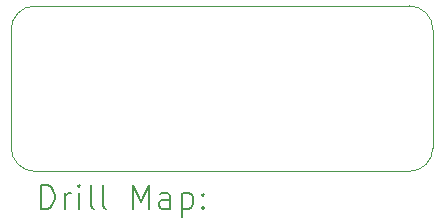
<source format=gbr>
%TF.GenerationSoftware,KiCad,Pcbnew,(6.0.11)*%
%TF.CreationDate,2024-01-05T00:57:37+00:00*%
%TF.ProjectId,Econet_ID_Extender_Internal,45636f6e-6574-45f4-9944-5f457874656e,rev?*%
%TF.SameCoordinates,Original*%
%TF.FileFunction,Drillmap*%
%TF.FilePolarity,Positive*%
%FSLAX45Y45*%
G04 Gerber Fmt 4.5, Leading zero omitted, Abs format (unit mm)*
G04 Created by KiCad (PCBNEW (6.0.11)) date 2024-01-05 00:57:37*
%MOMM*%
%LPD*%
G01*
G04 APERTURE LIST*
%ADD10C,0.100000*%
%ADD11C,0.200000*%
G04 APERTURE END LIST*
D10*
X16623578Y-9951578D02*
G75*
G03*
X16823578Y-9751578I2J199998D01*
G01*
X16824578Y-8751000D02*
X16823578Y-9751578D01*
X13453000Y-8551000D02*
X16623578Y-8551000D01*
X13253000Y-9751000D02*
G75*
G03*
X13453000Y-9951000I200000J0D01*
G01*
X16824580Y-8751000D02*
G75*
G03*
X16624578Y-8551000I-200000J0D01*
G01*
X13453000Y-8551000D02*
G75*
G03*
X13253000Y-8751000I0J-200000D01*
G01*
X13253000Y-9751000D02*
X13253000Y-8751000D01*
X16623578Y-9951578D02*
X13453000Y-9951000D01*
D11*
X13505619Y-10267054D02*
X13505619Y-10067054D01*
X13553238Y-10067054D01*
X13581809Y-10076578D01*
X13600857Y-10095626D01*
X13610380Y-10114673D01*
X13619904Y-10152769D01*
X13619904Y-10181340D01*
X13610380Y-10219435D01*
X13600857Y-10238483D01*
X13581809Y-10257531D01*
X13553238Y-10267054D01*
X13505619Y-10267054D01*
X13705619Y-10267054D02*
X13705619Y-10133721D01*
X13705619Y-10171816D02*
X13715142Y-10152769D01*
X13724666Y-10143245D01*
X13743714Y-10133721D01*
X13762761Y-10133721D01*
X13829428Y-10267054D02*
X13829428Y-10133721D01*
X13829428Y-10067054D02*
X13819904Y-10076578D01*
X13829428Y-10086102D01*
X13838952Y-10076578D01*
X13829428Y-10067054D01*
X13829428Y-10086102D01*
X13953238Y-10267054D02*
X13934190Y-10257531D01*
X13924666Y-10238483D01*
X13924666Y-10067054D01*
X14058000Y-10267054D02*
X14038952Y-10257531D01*
X14029428Y-10238483D01*
X14029428Y-10067054D01*
X14286571Y-10267054D02*
X14286571Y-10067054D01*
X14353238Y-10209912D01*
X14419904Y-10067054D01*
X14419904Y-10267054D01*
X14600857Y-10267054D02*
X14600857Y-10162292D01*
X14591333Y-10143245D01*
X14572285Y-10133721D01*
X14534190Y-10133721D01*
X14515142Y-10143245D01*
X14600857Y-10257531D02*
X14581809Y-10267054D01*
X14534190Y-10267054D01*
X14515142Y-10257531D01*
X14505619Y-10238483D01*
X14505619Y-10219435D01*
X14515142Y-10200388D01*
X14534190Y-10190864D01*
X14581809Y-10190864D01*
X14600857Y-10181340D01*
X14696095Y-10133721D02*
X14696095Y-10333721D01*
X14696095Y-10143245D02*
X14715142Y-10133721D01*
X14753238Y-10133721D01*
X14772285Y-10143245D01*
X14781809Y-10152769D01*
X14791333Y-10171816D01*
X14791333Y-10228959D01*
X14781809Y-10248007D01*
X14772285Y-10257531D01*
X14753238Y-10267054D01*
X14715142Y-10267054D01*
X14696095Y-10257531D01*
X14877047Y-10248007D02*
X14886571Y-10257531D01*
X14877047Y-10267054D01*
X14867523Y-10257531D01*
X14877047Y-10248007D01*
X14877047Y-10267054D01*
X14877047Y-10143245D02*
X14886571Y-10152769D01*
X14877047Y-10162292D01*
X14867523Y-10152769D01*
X14877047Y-10143245D01*
X14877047Y-10162292D01*
M02*

</source>
